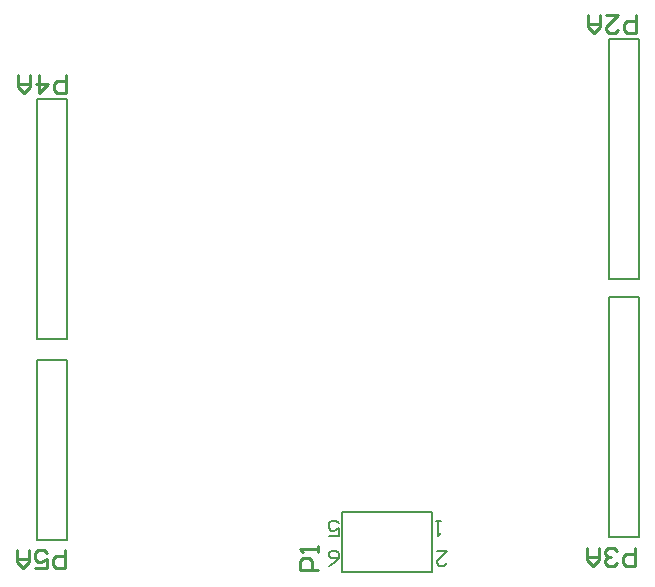
<source format=gto>
%FSTAX43Y43*%
%MOMM*%
%SFA1B1*%

%IPPOS*%
%ADD14C,0.200000*%
%ADD15C,0.253999*%
%ADD16C,0.203000*%
%LNpcb3-1*%
%LPD*%
G54D14*
X0083083Y0060151D02*
X0085623D01*
X0083083D02*
Y0080471D01*
X0085623*
Y0060151D02*
Y0080471D01*
X0131493Y0065197D02*
X0134033D01*
X0131493D02*
Y0085517D01*
X0134033*
Y0065197D02*
Y0085517D01*
X0083083Y0043137D02*
X0085623D01*
X0083083Y0058377D02*
X0085623D01*
Y0043137D02*
Y0058377D01*
X0083083Y0043137D02*
Y0058377D01*
X0131493Y0043353D02*
X0134033D01*
X0131493D02*
Y0063673D01*
X0134033*
Y0043353D02*
Y0063673D01*
X0108899Y0040439D02*
Y0045519D01*
X0116519Y0040439D02*
Y0045519D01*
X0108899Y0040439D02*
X0116519D01*
X0108899Y0045519D02*
X0116519D01*
X0108899D02*
X0113767D01*
G54D15*
X0085458Y0042286D02*
Y0040763D01*
X0084696*
X0084442Y0041017*
Y0041524*
X0084696Y0041778*
X0085458*
X0082919Y0040763D02*
X0083934D01*
Y0041524*
X0083427Y004127*
X0083173*
X0082919Y0041524*
Y0042032*
X0083173Y0042286*
X008368*
X0083934Y0042032*
X0082411Y0042286D02*
Y004127D01*
X0081903Y0040763*
X0081395Y004127*
Y0042286*
Y0041524*
X0082411*
X0085496Y0082503D02*
Y0080979D01*
X0084734*
X008448Y0081233*
Y0081741*
X0084734Y0081995*
X0085496*
X0083211Y0082503D02*
Y0080979D01*
X0083972Y0081741*
X0082957*
X0082449Y0082503D02*
Y0081487D01*
X0081941Y0080979*
X0081433Y0081487*
Y0082503*
Y0081741*
X0082449*
X0133749Y0042499D02*
Y0040975D01*
X0132987*
X0132733Y0041229*
Y0041737*
X0132987Y0041991*
X0133749*
X0132225Y0041229D02*
X0131972Y0040975D01*
X0131464*
X013121Y0041229*
Y0041483*
X0131464Y0041737*
X0131718*
X0131464*
X013121Y0041991*
Y0042245*
X0131464Y0042499*
X0131972*
X0132225Y0042245*
X0130702Y0042499D02*
Y0041483D01*
X0130194Y0040975*
X0129686Y0041483*
Y0042499*
Y0041737*
X0130702*
X0133779Y0087549D02*
Y0086025D01*
X0133017*
X0132763Y0086279*
Y0086787*
X0133017Y0087041*
X0133779*
X013124Y0087549D02*
X0132255D01*
X013124Y0086533*
Y0086279*
X0131494Y0086025*
X0132002*
X0132255Y0086279*
X0130732Y0087549D02*
Y0086533D01*
X0130224Y0086025*
X0129716Y0086533*
Y0087549*
Y0086787*
X0130732*
X0106829Y0040604D02*
X0105305D01*
Y0041366*
X0105559Y004162*
X0106067*
X0106321Y0041366*
Y0040604*
X0106829Y0042128D02*
Y0042635D01*
Y0042382*
X0105305*
X0105559Y0042128*
G54D16*
X0107799Y0040947D02*
X0108222Y0041159D01*
X0108645Y0041582*
Y0042005*
X0108433Y0042217*
X010801*
X0107799Y0042005*
Y0041794*
X010801Y0041582*
X0108645*
X0107799Y0043487D02*
X0108645D01*
Y0044122*
X0108222Y0043911*
X010801*
X0107799Y0044122*
Y0044545*
X010801Y0044757*
X0108433*
X0108645Y0044545*
X0116943Y0042217D02*
X0117789D01*
X0116943Y0041371*
Y0041159*
X0117154Y0040947*
X0117577*
X0117789Y0041159*
X0117281Y0044757D02*
X0116858D01*
X0117069*
Y0043487*
X0117281Y0043699*
M02*
</source>
